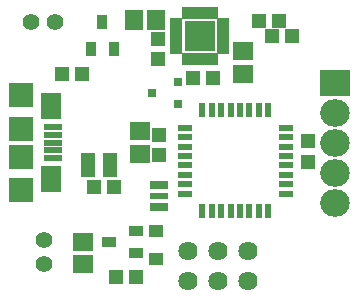
<source format=gbr>
G04 DipTrace 2.4.0.2*
%INTopMask.gbr*%
%MOIN*%
%ADD28C,0.064*%
%ADD29C,0.056*%
%ADD31R,0.05X0.022*%
%ADD32R,0.022X0.05*%
%ADD58R,0.0591X0.0236*%
%ADD60R,0.0591X0.0315*%
%ADD62R,0.0472X0.0197*%
%ADD64R,0.0315X0.0276*%
%ADD66R,0.0827X0.0827*%
%ADD68R,0.0827X0.0787*%
%ADD70R,0.0709X0.0906*%
%ADD72R,0.061X0.0236*%
%ADD74O,0.0984X0.0906*%
%ADD76R,0.0984X0.0906*%
%ADD78R,0.0492X0.0335*%
%ADD80R,0.0335X0.0492*%
%ADD82R,0.1043X0.1043*%
%ADD84R,0.0413X0.0197*%
%ADD86R,0.0197X0.0413*%
%ADD94R,0.0512X0.0433*%
%ADD96R,0.0591X0.0669*%
%ADD98R,0.0472X0.0512*%
%ADD100R,0.0512X0.0472*%
%ADD102R,0.0669X0.0591*%
%FSLAX44Y44*%
G04*
G70*
G90*
G75*
G01*
%LNTopMask*%
%LPD*%
D102*
X-4990Y-4060D3*
Y-3312D3*
D100*
X-5700Y2290D3*
X-5031D3*
D98*
X-2454Y266D3*
Y-403D3*
X2490Y40D3*
Y-629D3*
D102*
X-3080Y380D3*
Y-368D3*
D96*
X-3300Y4090D3*
X-2552D3*
D98*
X-2490Y2800D3*
Y3469D3*
D100*
X-1341Y2160D3*
X-671D3*
D102*
X350Y3040D3*
Y2292D3*
D94*
X-2560Y-2944D3*
Y-3889D3*
D28*
X-500Y-4620D3*
Y-3620D3*
X-1500D3*
Y-4620D3*
X500D3*
Y-3620D3*
D29*
X-6310Y-3260D3*
Y-4047D3*
X-6730Y4010D3*
X-5943D3*
D31*
X-1610Y500D3*
Y185D3*
Y-130D3*
Y-445D3*
Y-760D3*
Y-1075D3*
Y-1390D3*
Y-1705D3*
D32*
X-1022Y-2292D3*
X-707D3*
X-392D3*
X-77D3*
X237D3*
X552D3*
X867D3*
X1182D3*
D31*
X1770Y-1705D3*
Y-1390D3*
Y-1075D3*
Y-760D3*
Y-445D3*
Y-130D3*
Y185D3*
Y500D3*
D32*
X1182Y1088D3*
X867D3*
X552D3*
X237D3*
X-77D3*
X-392D3*
X-707D3*
X-1022D3*
D86*
X-610Y4330D3*
X-807D3*
X-1004D3*
X-1201D3*
X-1397D3*
X-1594D3*
D84*
X-1878Y4047D3*
Y3850D3*
Y3653D3*
Y3456D3*
Y3259D3*
Y3062D3*
D86*
X-1594Y2779D3*
X-1397D3*
X-1201D3*
X-1004D3*
X-807D3*
X-610D3*
D84*
X-327Y3062D3*
Y3259D3*
Y3456D3*
Y3653D3*
Y3850D3*
Y4047D3*
D82*
X-1102Y3555D3*
D80*
X-4720Y3120D3*
X-3972D3*
X-4346Y4026D3*
D78*
X-3220Y-3690D3*
Y-2942D3*
X-4126Y-3316D3*
D100*
X1980Y3570D3*
X1311D3*
X1540Y4070D3*
X871D3*
X-4620Y-1480D3*
X-3951D3*
X-3910Y-4490D3*
X-3241D3*
D76*
X3390Y2000D3*
D74*
Y1000D3*
Y0D3*
Y-1000D3*
Y-2000D3*
D72*
X-6010Y510D3*
Y254D3*
Y-2D3*
Y-258D3*
Y-514D3*
D70*
X-6059Y1219D3*
Y-1222D3*
D68*
X-7063Y1573D3*
Y-1577D3*
D66*
Y471D3*
Y-474D3*
D64*
X-1820Y1290D3*
Y2038D3*
X-2686Y1665D3*
D62*
X-4110Y-1030D3*
Y-833D3*
Y-636D3*
Y-439D3*
X-4819D3*
Y-636D3*
Y-833D3*
Y-1030D3*
D60*
X-2460Y-1410D3*
D58*
Y-1784D3*
D60*
Y-2158D3*
M02*

</source>
